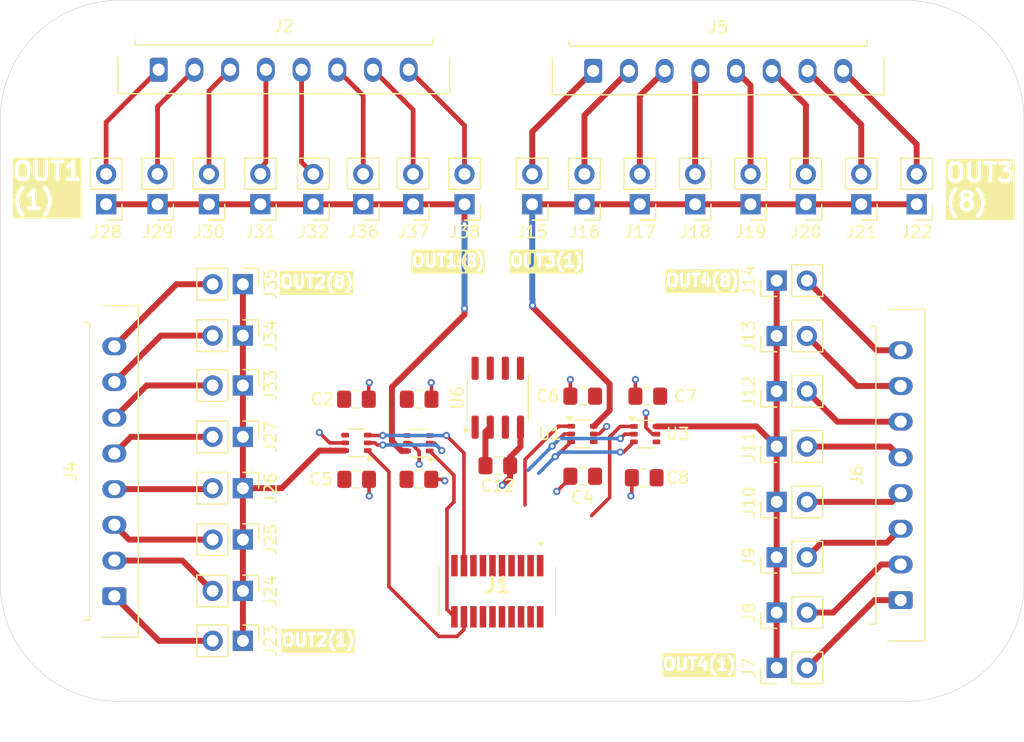
<source format=kicad_pcb>
(kicad_pcb (version 20240108) (generator "pcbnew") (generator_version "8.0")
  (layers (0 "F.Cu" signal) (31 "B.Cu" signal) (34 "B.Paste" user) (35 "F.Paste" user) (36 "B.SilkS" user "B.Silkscreen") (37 "F.SilkS" user "F.Silkscreen") (38 "B.Mask" user) (39 "F.Mask" user) (44 "Edge.Cuts" user))
  (net 0 "")
  (net 1 "+5V")
  (net 2 "GND")
  (net 3 "/I2C1_SDA")
  (net 4 "/CS3")
  (net 5 "/SPI2_SCK")
  (net 6 "/SPI1_MISO")
  (net 7 "/CS2")
  (net 8 "/CS1")
  (net 9 "/SPI1_SCK")
  (net 10 "/SPI2_MISO")
  (net 11 "VDDA")
  (net 12 "/CS4")
  (net 13 "/I2C1_SCL")
  (net 14 "/SPI2_MOSI")
  (net 15 "/SPI1_MOSI")
  (net 16 "Out1_1_7")
  (net 17 "Out1_1_6")
  (net 18 "Out1_1_5")
  (net 19 "Out1_1_3")
  (net 20 "Out1_1_4")
  (net 21 "Out1_1_1")
  (net 22 "Out1_1_8")
  (net 23 "Out1_1_2")
  (net 24 "Out1_2_5")
  (net 25 "Out1_2_1")
  (net 26 "Out1_2_7")
  (net 27 "Out1_2_2")
  (net 28 "Out1_2_4")
  (net 29 "Out1_2_3")
  (net 30 "Out1_2_8")
  (net 31 "Out1_2_6")
  (net 32 "Out2_1_6")
  (net 33 "Out2_1_8")
  (net 34 "Out2_1_4")
  (net 35 "Out2_1_7")
  (net 36 "Out2_1_3")
  (net 37 "Out2_1_5")
  (net 38 "Out2_1_1")
  (net 39 "Out2_1_2")
  (net 40 "Out2_2_4")
  (net 41 "Out2_2_1")
  (net 42 "Out2_2_7")
  (net 43 "Out2_2_6")
  (net 44 "Out2_2_3")
  (net 45 "Out2_2_8")
  (net 46 "Out2_2_2")
  (net 47 "Out2_2_5")
  (net 48 "/jumpers/DAC4_OUT")
  (net 49 "/jumpers/DAC3_OUT")
  (net 50 "/jumpers/DAC2_OUT")
  (net 51 "/jumpers/DAC1_OUT")
  (net 52 "/PSOM_12V")
  (net 58 "/SPI2_NSS")
  (net 59 "/SPI1_NSS")
  (footprint "Connector_PinHeader_2.54mm:PinHeader_1x02_P2.54mm_Vertical" (layer "F.Cu") (at 100.512 97.014 -90)
    (property "Reference" "J23" (at 0 -2.33 90) (layer "F.SilkS"))
    (property "Value" "Conn_01x02_Pin")
    (pad "1" thru_hole rect (at 0 0 270) (size 1.7 1.7) (drill 1) (layers "*.Cu" "*.Mask") (net 50 "/jumpers/DAC2_OUT"))
    (pad "2" thru_hole oval (at 0 2.54 270) (size 1.7 1.7) (drill 1) (layers "*.Cu" "*.Mask") (net 25 "Out1_2_1"))
  )
  (footprint "Connector_PinHeader_2.54mm:PinHeader_1x02_P2.54mm_Vertical" (layer "F.Cu") (at 145.343 76.037 90)
    (property "Reference" "J12" (at 0 -2.33 -90) (layer "F.SilkS"))
    (property "Value" "Conn_01x02_Pin")
    (pad "1" thru_hole rect (at 0 0 90) (size 1.7 1.7) (drill 1) (layers "*.Cu" "*.Mask") (net 48 "/jumpers/DAC4_OUT"))
    (pad "2" thru_hole oval (at 0 2.54 90) (size 1.7 1.7) (drill 1) (layers "*.Cu" "*.Mask") (net 43 "Out2_2_6"))
  )
  (footprint "Package_TO_SOT_SMD:SOT-363_SC-70-6" (layer "F.Cu") (at 110.048 80.376 180)
    (property "Reference" "U4" (hide yes))
    (property "Value" "DAC7311xDCK")
    (pad "1" smd roundrect (at -0.95 -0.65 180) (size 0.65 0.4) (layers "F.Cu" "F.Paste" "F.Mask") (net 7 "/CS2"))
    (pad "2" smd roundrect (at -0.95 0 180) (size 0.65 0.4) (layers "F.Cu" "F.Paste" "F.Mask") (net 9 "/SPI1_SCK"))
    (pad "3" smd roundrect (at -0.95 0.65 180) (size 0.65 0.4) (layers "F.Cu" "F.Paste" "F.Mask") (net 15 "/SPI1_MOSI"))
    (pad "4" smd roundrect (at 0.95 0.65 180) (size 0.65 0.4) (layers "F.Cu" "F.Paste" "F.Mask") (net 1 "+5V"))
    (pad "5" smd roundrect (at 0.95 0 180) (size 0.65 0.4) (layers "F.Cu" "F.Paste" "F.Mask") (net 2 "GND"))
    (pad "6" smd roundrect (at 0.95 -0.65 180) (size 0.65 0.4) (layers "F.Cu" "F.Paste" "F.Mask") (net 50 "/jumpers/DAC2_OUT"))
  )
  (footprint "Connector_PinHeader_2.54mm:PinHeader_1x02_P2.54mm_Vertical" (layer "F.Cu") (at 145.343 66.737 90)
    (property "Reference" "J14" (at 0 -2.33 -90) (layer "F.SilkS"))
    (property "Value" "Conn_01x02_Pin")
    (pad "1" thru_hole rect (at 0 0 90) (size 1.7 1.7) (drill 1) (layers "*.Cu" "*.Mask") (net 48 "/jumpers/DAC4_OUT"))
    (pad "2" thru_hole oval (at 0 2.54 90) (size 1.7 1.7) (drill 1) (layers "*.Cu" "*.Mask") (net 45 "Out2_2_8"))
  )
  (footprint "Capacitor_SMD:C_0805_2012Metric_Pad1.18x1.45mm_HandSolder" (layer "F.Cu") (at 129.0535 83.185)
    (property "Reference" "C4" (at -0.0215 1.778 0) (layer "F.SilkS"))
    (property "Value" "0.1u")
    (pad "1" smd roundrect (at -1.0375 0) (size 1.175 1.45) (layers "F.Cu" "F.Paste" "F.Mask") (roundrect_rratio 0.212766) (net 2 "GND"))
    (pad "2" smd roundrect (at 1.0375 0) (size 1.175 1.45) (layers "F.Cu" "F.Paste" "F.Mask") (roundrect_rratio 0.212766) (net 1 "+5V"))
  )
  (footprint "Connector_PinHeader_2.54mm:PinHeader_1x02_P2.54mm_Vertical" (layer "F.Cu") (at 100.512 92.823 -90)
    (property "Reference" "J24" (at 0 -2.33 90) (layer "F.SilkS"))
    (property "Value" "Conn_01x02_Pin")
    (pad "1" thru_hole rect (at 0 0 270) (size 1.7 1.7) (drill 1) (layers "*.Cu" "*.Mask") (net 50 "/jumpers/DAC2_OUT"))
    (pad "2" thru_hole oval (at 0 2.54 270) (size 1.7 1.7) (drill 1) (layers "*.Cu" "*.Mask") (net 27 "Out1_2_2"))
  )
  (footprint "Capacitor_SMD:C_0805_2012Metric_Pad1.18x1.45mm_HandSolder" (layer "F.Cu") (at 121.92 82.296 180)
    (property "Reference" "C12" (at 0 -1.68 180) (layer "F.SilkS"))
    (property "Value" "0.1u")
    (pad "1" smd roundrect (at -1.0375 0 180) (size 1.175 1.45) (layers "F.Cu" "F.Paste" "F.Mask") (roundrect_rratio 0.212766) (net 2 "GND"))
    (pad "2" smd roundrect (at 1.0375 0 180) (size 1.175 1.45) (layers "F.Cu" "F.Paste" "F.Mask") (roundrect_rratio 0.212766) (net 52 "/PSOM_12V"))
  )
  (footprint "Connector_PinHeader_2.54mm:PinHeader_1x02_P2.54mm_Vertical" (layer "F.Cu") (at 147.799 60.325 180)
    (property "Reference" "J20" (at 0 -2.33 180) (layer "F.SilkS"))
    (property "Value" "Conn_01x02_Pin")
    (pad "1" thru_hole rect (at 0 0 180) (size 1.7 1.7) (drill 1) (layers "*.Cu" "*.Mask") (net 49 "/jumpers/DAC3_OUT"))
    (pad "2" thru_hole oval (at 0 2.54 180) (size 1.7 1.7) (drill 1) (layers "*.Cu" "*.Mask") (net 32 "Out2_1_6"))
  )
  (footprint "Connector_PinHeader_2.54mm:PinHeader_1x02_P2.54mm_Vertical" (layer "F.Cu") (at 97.663 60.325 180)
    (property "Reference" "J30" (at 0 -2.33 180) (layer "F.SilkS"))
    (property "Value" "Conn_01x02_Pin")
    (pad "1" thru_hole rect (at 0 0 180) (size 1.7 1.7) (drill 1) (layers "*.Cu" "*.Mask") (net 51 "/jumpers/DAC1_OUT"))
    (pad "2" thru_hole oval (at 0 2.54 180) (size 1.7 1.7) (drill 1) (layers "*.Cu" "*.Mask") (net 19 "Out1_1_3"))
  )
  (footprint "Capacitor_SMD:C_0805_2012Metric_Pad1.18x1.45mm_HandSolder" (layer "F.Cu") (at 110.0695 83.439 180)
    (property "Reference" "C5" (at 3.0085 0 180) (layer "F.SilkS"))
    (property "Value" "0.1u")
    (pad "1" smd roundrect (at -1.0375 0 180) (size 1.175 1.45) (layers "F.Cu" "F.Paste" "F.Mask") (roundrect_rratio 0.212766) (net 2 "GND"))
    (pad "2" smd roundrect (at 1.0375 0 180) (size 1.175 1.45) (layers "F.Cu" "F.Paste" "F.Mask") (roundrect_rratio 0.212766) (net 1 "+5V"))
  )
  (footprint "Capacitor_SMD:C_0805_2012Metric_Pad1.18x1.45mm_HandSolder" (layer "F.Cu") (at 134.5145 76.454 180)
    (property "Reference" "C7" (at -3.1535 0 180) (layer "F.SilkS"))
    (property "Value" "10u")
    (pad "1" smd roundrect (at -1.0375 0 180) (size 1.175 1.45) (layers "F.Cu" "F.Paste" "F.Mask") (roundrect_rratio 0.212766) (net 1 "+5V"))
    (pad "2" smd roundrect (at 1.0375 0 180) (size 1.175 1.45) (layers "F.Cu" "F.Paste" "F.Mask") (roundrect_rratio 0.212766) (net 2 "GND"))
  )
  (footprint "Connector_PinHeader_2.54mm:PinHeader_1x02_P2.54mm_Vertical" (layer "F.Cu") (at 145.343 99.287 90)
    (property "Reference" "J7" (at 0 -2.33 -90) (layer "F.SilkS"))
    (property "Value" "Conn_01x02_Pin")
    (pad "1" thru_hole rect (at 0 0 90) (size 1.7 1.7) (drill 1) (layers "*.Cu" "*.Mask") (net 48 "/jumpers/DAC4_OUT"))
    (pad "2" thru_hole oval (at 0 2.54 90) (size 1.7 1.7) (drill 1) (layers "*.Cu" "*.Mask") (net 41 "Out2_2_1"))
  )
  (footprint "Capacitor_SMD:C_0805_2012Metric_Pad1.18x1.45mm_HandSolder" (layer "F.Cu") (at 134.2175 83.312)
    (property "Reference" "C8" (at 2.8155 0 0) (layer "F.SilkS"))
    (property "Value" "0.1u")
    (pad "1" smd roundrect (at -1.0375 0) (size 1.175 1.45) (layers "F.Cu" "F.Paste" "F.Mask") (roundrect_rratio 0.212766) (net 2 "GND"))
    (pad "2" smd roundrect (at 1.0375 0) (size 1.175 1.45) (layers "F.Cu" "F.Paste" "F.Mask") (roundrect_rratio 0.212766) (net 1 "+5V"))
  )
  (footprint "Connector_PinHeader_2.54mm:PinHeader_1x02_P2.54mm_Vertical" (layer "F.Cu") (at 129.199 60.325 180)
    (property "Reference" "J16" (at 0 -2.33 180) (layer "F.SilkS"))
    (property "Value" "Conn_01x02_Pin")
    (pad "1" thru_hole rect (at 0 0 180) (size 1.7 1.7) (drill 1) (layers "*.Cu" "*.Mask") (net 49 "/jumpers/DAC3_OUT"))
    (pad "2" thru_hole oval (at 0 2.54 180) (size 1.7 1.7) (drill 1) (layers "*.Cu" "*.Mask") (net 39 "Out2_1_2"))
  )
  (footprint "Connector_PinHeader_2.54mm:PinHeader_1x02_P2.54mm_Vertical" (layer "F.Cu") (at 110.617 60.32 180)
    (property "Reference" "J36" (at 0 -2.33 180) (layer "F.SilkS"))
    (property "Value" "Conn_01x02_Pin")
    (pad "1" thru_hole rect (at 0 0 180) (size 1.7 1.7) (drill 1) (layers "*.Cu" "*.Mask") (net 51 "/jumpers/DAC1_OUT"))
    (pad "2" thru_hole oval (at 0 2.54 180) (size 1.7 1.7) (drill 1) (layers "*.Cu" "*.Mask") (net 17 "Out1_1_6"))
  )
  (footprint "Connector_PinHeader_2.54mm:PinHeader_1x02_P2.54mm_Vertical" (layer "F.Cu") (at 100.512 84.187 -90)
    (property "Reference" "J26" (at 0 -2.33 90) (layer "F.SilkS"))
    (property "Value" "Conn_01x02_Pin")
    (pad "1" thru_hole rect (at 0 0 270) (size 1.7 1.7) (drill 1) (layers "*.Cu" "*.Mask") (net 50 "/jumpers/DAC2_OUT"))
    (pad "2" thru_hole oval (at 0 2.54 270) (size 1.7 1.7) (drill 1) (layers "*.Cu" "*.Mask") (net 28 "Out1_2_4"))
  )
  (footprint "Connector_PinHeader_2.54mm:PinHeader_1x02_P2.54mm_Vertical" (layer "F.Cu") (at 101.981 60.32 180)
    (property "Reference" "J31" (at 0 -2.33 180) (layer "F.SilkS"))
    (property "Value" "Conn_01x02_Pin")
    (pad "1" thru_hole rect (at 0 0 180) (size 1.7 1.7) (drill 1) (layers "*.Cu" "*.Mask") (net 51 "/jumpers/DAC1_OUT"))
    (pad "2" thru_hole oval (at 0 2.54 180) (size 1.7 1.7) (drill 1) (layers "*.Cu" "*.Mask") (net 20 "Out1_1_4"))
  )
  (footprint "Connector_PinHeader_2.54mm:PinHeader_1x02_P2.54mm_Vertical" (layer "F.Cu") (at 152.449 60.325 180)
    (property "Reference" "J21" (at 0 -2.33 180) (layer "F.SilkS"))
    (property "Value" "Conn_01x02_Pin")
    (pad "1" thru_hole rect (at 0 0 180) (size 1.7 1.7) (drill 1) (layers "*.Cu" "*.Mask") (net 49 "/jumpers/DAC3_OUT"))
    (pad "2" thru_hole oval (at 0 2.54 180) (size 1.7 1.7) (drill 1) (layers "*.Cu" "*.Mask") (net 35 "Out2_1_7"))
  )
  (footprint "Connector_PinHeader_2.54mm:PinHeader_1x02_P2.54mm_Vertical" (layer "F.Cu") (at 145.343 80.687 90)
    (property "Reference" "J11" (at 0 -2.33 -90) (layer "F.SilkS"))
    (property "Value" "Conn_01x02_Pin")
    (pad "1" thru_hole rect (at 0 0 90) (size 1.7 1.7) (drill 1) (layers "*.Cu" "*.Mask") (net 48 "/jumpers/DAC4_OUT"))
    (pad "2" thru_hole oval (at 0 2.54 90) (size 1.7 1.7) (drill 1) (layers "*.Cu" "*.Mask") (net 47 "Out2_2_5"))
  )
  (footprint "Connector_PinHeader_2.54mm:PinHeader_1x02_P2.54mm_Vertical" (layer "F.Cu") (at 106.426 60.32 180)
    (property "Reference" "J32" (at 0 -2.33 180) (layer "F.SilkS"))
    (property "Value" "Conn_01x02_Pin")
    (pad "1" thru_hole rect (at 0 0 180) (size 1.7 1.7) (drill 1) (layers "*.Cu" "*.Mask") (net 51 "/jumpers/DAC1_OUT"))
    (pad "2" thru_hole oval (at 0 2.54 180) (size 1.7 1.7) (drill 1) (layers "*.Cu" "*.Mask") (net 18 "Out1_1_5"))
  )
  (footprint "Connector_PinHeader_2.54mm:PinHeader_1x02_P2.54mm_Vertical" (layer "F.Cu") (at 138.499 60.325 180)
    (property "Reference" "J18" (at 0 -2.33 180) (layer "F.SilkS"))
    (property "Value" "Conn_01x02_Pin")
    (pad "1" thru_hole rect (at 0 0 180) (size 1.7 1.7) (drill 1) (layers "*.Cu" "*.Mask") (net 49 "/jumpers/DAC3_OUT"))
    (pad "2" thru_hole oval (at 0 2.54 180) (size 1.7 1.7) (drill 1) (layers "*.Cu" "*.Mask") (net 34 "Out2_1_4"))
  )
  (footprint "Connector_Molex:Molex_Micro-Fit_3.0_43650-0815_1x08_P3.00mm_Vertical" (layer "F.Cu") (at 93.441 49.017)
    (property "Reference" "J2" (at 10.5 -3.67 0) (layer "F.SilkS"))
    (property "Value" "Out1_1")
    (pad "" np_thru_hole circle (at -3 -1.96) (size 1.27 1.27) (drill 1.27) (layers "*.Cu" "*.Mask"))
    (pad "" np_thru_hole circle (at 24 -1.96) (size 1.27 1.27) (drill 1.27) (layers "*.Cu" "*.Mask"))
    (pad "1" thru_hole roundrect (at 0 0) (size 1.5 2.02) (drill 1.02) (layers "*.Cu" "*.Mask") (roundrect_rratio 0.166667) (net 21 "Out1_1_1"))
    (pad "2" thru_hole oval (at 3 0) (size 1.5 2.02) (drill 1.02) (layers "*.Cu" "*.Mask") (net 23 "Out1_1_2"))
    (pad "3" thru_hole oval (at 6 0) (size 1.5 2.02) (drill 1.02) (layers "*.Cu" "*.Mask") (net 19 "Out1_1_3"))
    (pad "4" thru_hole oval (at 9 0) (size 1.5 2.02) (drill 1.02) (layers "*.Cu" "*.Mask") (net 20 "Out1_1_4"))
    (pad "5" thru_hole oval (at 12 0) (size 1.5 2.02) (drill 1.02) (layers "*.Cu" "*.Mask") (net 18 "Out1_1_5"))
    (pad "6" thru_hole oval (at 15 0) (size 1.5 2.02) (drill 1.02) (layers "*.Cu" "*.Mask") (net 17 "Out1_1_6"))
    (pad "7" thru_hole oval (at 18 0) (size 1.5 2.02) (drill 1.02) (layers "*.Cu" "*.Mask") (net 16 "Out1_1_7"))
    (pad "8" thru_hole oval (at 21 0) (size 1.5 2.02) (drill 1.02) (layers "*.Cu" "*.Mask") (net 22 "Out1_1_8"))
  )
  (footprint "Connector_PinHeader_2.54mm:PinHeader_1x02_P2.54mm_Vertical" (layer "F.Cu") (at 145.343 85.337 90)
    (property "Reference" "J10" (at 0 -2.33 -90) (layer "F.SilkS"))
    (property "Value" "Conn_01x02_Pin")
    (pad "1" thru_hole rect (at 0 0 90) (size 1.7 1.7) (drill 1) (layers "*.Cu" "*.Mask") (net 48 "/jumpers/DAC4_OUT"))
    (pad "2" thru_hole oval (at 0 2.54 90) (size 1.7 1.7) (drill 1) (layers "*.Cu" "*.Mask") (net 40 "Out2_2_4"))
  )
  (footprint "Connector_PinHeader_2.54mm:PinHeader_1x02_P2.54mm_Vertical" (layer "F.Cu") (at 114.808 60.32 180)
    (property "Reference" "J37" (at 0 -2.33 180) (layer "F.SilkS"))
    (property "Value" "Conn_01x02_Pin")
    (pad "1" thru_hole rect (at 0 0 180) (size 1.7 1.7) (drill 1) (layers "*.Cu" "*.Mask") (net 51 "/jumpers/DAC1_OUT"))
    (pad "2" thru_hole oval (at 0 2.54 180) (size 1.7 1.7) (drill 1) (layers "*.Cu" "*.Mask") (net 16 "Out1_1_7"))
  )
  (footprint "Connector_PinHeader_2.54mm:PinHeader_1x02_P2.54mm_Vertical" (layer "F.Cu") (at 89.027 60.325 180)
    (property "Reference" "J28" (at 0 -2.33 180) (layer "F.SilkS"))
    (property "Value" "Conn_01x02_Pin")
    (pad "1" thru_hole rect (at 0 0 180) (size 1.7 1.7) (drill 1) (layers "*.Cu" "*.Mask") (net 51 "/jumpers/DAC1_OUT"))
    (pad "2" thru_hole oval (at 0 2.54 180) (size 1.7 1.7) (drill 1) (layers "*.Cu" "*.Mask") (net 21 "Out1_1_1"))
  )
  (footprint "Connector_PinHeader_2.54mm:PinHeader_1x02_P2.54mm_Vertical" (layer "F.Cu") (at 124.812 60.325 180)
    (property "Reference" "J15" (at 0 -2.33 180) (layer "F.SilkS"))
    (property "Value" "Conn_01x02_Pin")
    (pad "1" thru_hole rect (at 0 0 180) (size 1.7 1.7) (drill 1) (layers "*.Cu" "*.Mask") (net 49 "/jumpers/DAC3_OUT"))
    (pad "2" thru_hole oval (at 0 2.54 180) (size 1.7 1.7) (drill 1) (layers "*.Cu" "*.Mask") (net 38 "Out2_1_1"))
  )
  (footprint "Connector_PinHeader_2.54mm:PinHeader_1x02_P2.54mm_Vertical" (layer "F.Cu") (at 133.849 60.325 180)
    (property "Reference" "J17" (at 0 -2.33 180) (layer "F.SilkS"))
    (property "Value" "Conn_01x02_Pin")
    (pad "1" thru_hole rect (at 0 0 180) (size 1.7 1.7) (drill 1) (layers "*.Cu" "*.Mask") (net 49 "/jumpers/DAC3_OUT"))
    (pad "2" thru_hole oval (at 0 2.54 180) (size 1.7 1.7) (drill 1) (layers "*.Cu" "*.Mask") (net 36 "Out2_1_3"))
  )
  (footprint "Connector_PinHeader_2.54mm:PinHeader_1x02_P2.54mm_Vertical" (layer "F.Cu") (at 145.343 89.987 90)
    (property "Reference" "J9" (at 0 -2.33 -90) (layer "F.SilkS"))
    (property "Value" "Conn_01x02_Pin")
    (pad "1" thru_hole rect (at 0 0 90) (size 1.7 1.7) (drill 1) (layers "*.Cu" "*.Mask") (net 48 "/jumpers/DAC4_OUT"))
    (pad "2" thru_hole oval (at 0 2.54 90) (size 1.7 1.7) (drill 1) (layers "*.Cu" "*.Mask") (net 44 "Out2_2_3"))
  )
  (footprint "Connector_PinHeader_2.54mm:PinHeader_1x02_P2.54mm_Vertical" (layer "F.Cu") (at 100.512 71.36 -90)
    (property "Reference" "J34" (at 0 -2.33 90) (layer "F.SilkS"))
    (property "Value" "Conn_01x02_Pin")
    (pad "1" thru_hole rect (at 0 0 270) (size 1.7 1.7) (drill 1) (layers "*.Cu" "*.Mask") (net 50 "/jumpers/DAC2_OUT"))
    (pad "2" thru_hole oval (at 0 2.54 270) (size 1.7 1.7) (drill 1) (layers "*.Cu" "*.Mask") (net 26 "Out1_2_7"))
  )
  (footprint "Package_SO:SOIC-8_3.9x4.9mm_P1.27mm" (layer "F.Cu") (at 121.92 76.581 90)
    (property "Reference" "U6" (at 0 -3.4 270) (layer "F.SilkS"))
    (property "Value" "REF02AU")
    (pad "1" smd roundrect (at -2.475 -1.905 90) (size 1.95 0.6) (layers "F.Cu" "F.Paste" "F.Mask"))
    (pad "2" smd roundrect (at -2.475 -0.635 90) (size 1.95 0.6) (layers "F.Cu" "F.Paste" "F.Mask") (net 52 "/PSOM_12V"))
    (pad "3" smd roundrect (at -2.475 0.635 90) (size 1.95 0.6) (layers "F.Cu" "F.Paste" "F.Mask"))
    (pad "4" smd roundrect (at -2.475 1.905 90) (size 1.95 0.6) (layers "F.Cu" "F.Paste" "F.Mask") (net 2 "GND"))
    (pad "5" smd roundrect (at 2.475 1.905 90) (size 1.95 0.6) (layers "F.Cu" "F.Paste" "F.Mask"))
    (pad "6" smd roundrect (at 2.475 0.635 90) (size 1.95 0.6) (layers "F.Cu" "F.Paste" "F.Mask") (net 1 "+5V"))
    (pad "7" smd roundrect (at 2.475 -0.635 90) (size 1.95 0.6) (layers "F.Cu" "F.Paste" "F.Mask"))
    (pad "8" smd roundrect (at 2.475 -1.905 90) (size 1.95 0.6) (layers "F.Cu" "F.Paste" "F.Mask"))
  )
  (footprint "Package_TO_SOT_SMD:SOT-363_SC-70-6" (layer "F.Cu") (at 115.25 80.406 180)
    (property "Reference" "U2" (hide yes))
    (property "Value" "DAC7311xDCK" (hide yes))
    (pad "1" smd roundrect (at -0.95 -0.65 180) (size 0.65 0.4) (layers "F.Cu" "F.Paste" "F.Mask") (net 8 "/CS1"))
    (pad "2" smd roundrect (at -0.95 0 180) (size 0.65 0.4) (layers "F.Cu" "F.Paste" "F.Mask") (net 9 "/SPI1_SCK"))
    (pad "3" smd roundrect (at -0.95 0.65 180) (size 0.65 0.4) (layers "F.Cu" "F.Paste" "F.Mask") (net 15 "/SPI1_MOSI"))
    (pad "4" smd roundrect (at 0.95 0.65 180) (size 0.65 0.4) (layers "F.Cu" "F.Paste" "F.Mask") (net 1 "+5V"))
    (pad "5" smd roundrect (at 0.95 0 180) (size 0.65 0.4) (layers "F.Cu" "F.Paste" "F.Mask") (net 2 "GND"))
    (pad "6" smd roundrect (at 0.95 -0.65 180) (size 0.65 0.4) (layers "F.Cu" "F.Paste" "F.Mask") (net 51 "/jumpers/DAC1_OUT"))
  )
  (footprint "Package_TO_SOT_SMD:SOT-363_SC-70-6" (layer "F.Cu") (at 129.032 79.629)
    (property "Reference" "U1" (at -2.728 -0.015 0) (layer "F.SilkS"))
    (property "Value" "DAC7311xDCK")
    (pad "1" smd roundrect (at -0.95 -0.65) (size 0.65 0.4) (layers "F.Cu" "F.Paste" "F.Mask") (net 4 "/CS3"))
    (pad "2" smd roundrect (at -0.95 0) (size 0.65 0.4) (layers "F.Cu" "F.Paste" "F.Mask") (net 5 "/SPI2_SCK"))
    (pad "3" smd roundrect (at -0.95 0.65) (size 0.65 0.4) (layers "F.Cu" "F.Paste" "F.Mask") (net 14 "/SPI2_MOSI"))
    (pad "4" smd roundrect (at 0.95 0.65) (size 0.65 0.4) (layers "F.Cu" "F.Paste" "F.Mask") (net 1 "+5V"))
    (pad "5" smd roundrect (at 0.95 0) (size 0.65 0.4) (layers "F.Cu" "F.Paste" "F.Mask") (net 2 "GND"))
    (pad "6" smd roundrect (at 0.95 -0.65) (size 0.65 0.4) (layers "F.Cu" "F.Paste" "F.Mask") (net 49 "/jumpers/DAC3_OUT"))
  )
  (footprint "UTSVT_Connectors:Molex_53307-2071" (layer "F.Cu") (at 121.876 92.846)
    (property "Reference" "J1" (at 0 -0.5 360) (layer "F.SilkS") (effects (font (size 1.27 1.27) (thickness 0.254))))
    (property "Value" "SOMConnector" (hide yes))
    (pad "1" smd rect (at 3.6 -2.15) (size 0.55 1.8) (layers "F.Cu" "F.Paste" "F.Mask") (net 14 "/SPI2_MOSI"))
    (pad "2" smd rect (at 3.6 2.15) (size 0.55 1.8) (layers "F.Cu" "F.Paste" "F.Mask"))
    (pad "3" smd rect (at 2.8 -2.15) (size 0.55 1.8) (layers "F.Cu" "F.Paste" "F.Mask") (net 10 "/SPI2_MISO"))
    (pad "4" smd rect (at 2.8 2.15) (size 0.55 1.8) (layers "F.Cu" "F.Paste" "F.Mask") (net 2 "GND"))
    (pad "5" smd rect (at 2 -2.15) (size 0.55 1.8) (layers "F.Cu" "F.Paste" "F.Mask") (net 5 "/SPI2_SCK"))
    (pad "6" smd rect (at 2 2.15) (size 0.55 1.8) (layers "F.Cu" "F.Paste" "F.Mask") (net 4 "/CS3"))
    (pad "7" smd rect (at 1.2 -2.15) (size 0.55 1.8) (layers "F.Cu" "F.Paste" "F.Mask") (net 58 "/SPI2_NSS"))
    (pad "8" smd rect (at 1.2 2.15) (size 0.55 1.8) (layers "F.Cu" "F.Paste" "F.Mask") (net 12 "/CS4"))
    (pad "9" smd rect (at 0.4 -2.15) (size 0.55 1.8) (layers "F.Cu" "F.Paste" "F.Mask"))
    (pad "10" smd rect (at 0.4 2.15) (size 0.55 1.8) (layers "F.Cu" "F.Paste" "F.Mask") (net 11 "VDDA"))
    (pad "11" smd rect (at -0.4 -2.15) (size 0.55 1.8) (layers "F.Cu" "F.Paste" "F.Mask") (net 2 "GND"))
    (pad "12" smd rect (at -0.4 2.15) (size 0.55 1.8) (layers "F.Cu" "F.Paste" "F.Mask"))
    (pad "13" smd rect (at -1.2 -2.15) (size 0.55 1.8) (layers "F.Cu" "F.Paste" "F.Mask") (net 9 "/SPI1_SCK"))
    (pad "14" smd rect (at -1.2 2.15) (size 0.55 1.8) (layers "F.Cu" "F.Paste" "F.Mask") (net 13 "/I2C1_SCL"))
    (pad "15" smd rect (at -2 -2.15) (size 0.55 1.8) (layers "F.Cu" "F.Paste" "F.Mask") (net 6 "/SPI1_MISO"))
    (pad "16" smd rect (at -2 2.15) (size 0.55 1.8) (layers "F.Cu" "F.Paste" "F.Mask") (net 3 "/I2C1_SDA"))
    (pad "17" smd rect (at -2.8 -2.15) (size 0.55 1.8) (layers "F.Cu" "F.Paste" "F.Mask") (net 15 "/SPI1_MOSI"))
    (pad "18" smd rect (at -2.8 2.15) (size 0.55 1.8) (layers "F.Cu" "F.Paste" "F.Mask") (net 7 "/CS2"))
    (pad "19" smd rect (at -3.6 -2.15) (size 0.55 1.8) (layers "F.Cu" "F.Paste" "F.Mask") (net 59 "/SPI1_NSS"))
    (pad "20" smd rect (at -3.6 2.15) (size 0.55 1.8) (layers "F.Cu" "F.Paste" "F.Mask") (net 8 "/CS1"))
  )
  (footprint "Connector_PinHeader_2.54mm:PinHeader_1x02_P2.54mm_Vertical" (layer "F.Cu") (at 100.512 79.869 -90)
    (property "Reference" "J27" (at 0 -2.33 90) (layer "F.SilkS"))
    (property "Value" "Conn_01x02_Pin")
    (pad "1" thru_hole rect (at 0 0 270) (size 1.7 1.7) (drill 1) (layers "*.Cu" "*.Mask") (net 50 "/jumpers/DAC2_OUT"))
    (pad "2" thru_hole oval (at 0 2.54 270) (size 1.7 1.7) (drill 1) (layers "*.Cu" "*.Mask") (net 24 "Out1_2_5"))
  )
  (footprint "Package_TO_SOT_SMD:SOT-363_SC-70-6" (layer "F.Cu") (at 134.3 79.644)
    (property "Reference" "U3" (at 2.733 -0.015 0) (layer "F.SilkS"))
    (property "Value" "DAC7311xDCK")
    (pad "1" smd roundrect (at -0.95 -0.65) (size 0.65 0.4) (layers "F.Cu" "F.Paste" "F.Mask") (net 12 "/CS4"))
    (pad "2" smd roundrect (at -0.95 0) (size 0.65 0.4) (layers "F.Cu" "F.Paste" "F.Mask") (net 5 "/SPI2_SCK"))
    (pad "3" smd roundrect (at -0.95 0.65) (size 0.65 0.4) (layers "F.Cu" "F.Paste" "F.Mask") (net 14 "/SPI2_MOSI"))
    (pad "4" smd roundrect (at 0.95 0.65) (size 0.65 0.4) (layers "F.Cu" "F.Paste" "F.Mask") (net 1 "+5V"))
    (pad "5" smd roundrect (at 0.95 0) (size 0.65 0.4) (layers "F.Cu" "F.Paste" "F.Mask") (net 2 "GND"))
    (pad "6" smd roundrect (at 0.95 -0.65) (size 0.65 0.4) (layers "F.Cu" "F.Paste" "F.Mask") (net 48 "/jumpers/DAC4_OUT"))
  )
  (footprint "Connector_PinHeader_2.54mm:PinHeader_1x02_P2.54mm_Vertical" (layer "F.Cu") (at 100.512 75.551 -90)
    (property "Reference" "J33" (at 0 -2.33 90) (layer "F.SilkS"))
    (property "Value" "Conn_01x02_Pin")
    (pad "1" thru_hole rect (at 0 0 270) (size 1.7 1.7) (drill 1) (layers "*.Cu" "*.Mask") (net 50 "/jumpers/DAC2_OUT"))
    (pad "2" thru_hole oval (at 0 2.54 270) (size 1.7 1.7) (drill 1) (layers "*.Cu" "*.Mask") (net 31 "Out1_2_6"))
  )
  (footprint "Connector_PinHeader_2.54mm:PinHeader_1x02_P2.54mm_Vertical" (layer "F.Cu") (at 119.126 60.325 180)
    (property "Reference" "J38" (at 0 -2.33 180) (layer "F.SilkS"))
    (property "Value" "Conn_01x02_Pin")
    (pad "1" thru_hole rect (at 0 0 180) (size 1.7 1.7) (drill 1) (layers "*.Cu" "*.Mask") (net 51 "/jumpers/DAC1_OUT"))
    (pad "2" thru_hole oval (at 0 2.54 180) (size 1.7 1.7) (drill 1) (layers "*.Cu" "*.Mask") (net 22 "Out1_1_8"))
  )
  (footprint "Connector_PinHeader_2.54mm:PinHeader_1x02_P2.54mm_Vertical" (layer "F.Cu") (at 100.512 88.505 -90)
    (property "Reference" "J25" (at 0 -2.33 90) (layer "F.SilkS"))
    (property "Value" "Conn_01x02_Pin")
    (pad "1" thru_hole rect (at 0 0 270) (size 1.7 1.7) (drill 1) (layers "*.Cu" "*.Mask") (net 50 "/jumpers/DAC2_OUT"))
    (pad "2" thru_hole oval (at 0 2.54 270) (size 1.7 1.7) (drill 1) (layers "*.Cu" "*.Mask") (net 29 "Out1_2_3"))
  )
  (footprint "Connector_PinHeader_2.54mm:PinHeader_1x02_P2.54mm_Vertical" (layer "F.Cu") (at 100.512 67.042 -90)
    (property "Reference" "J35" (at 0 -2.33 90) (layer "F.SilkS"))
    (property "Value" "Conn_01x02_Pin")
    (pad "1" thru_hole rect (at 0 0 270) (size 1.7 1.7) (drill 1) (layers "*.Cu" "*.Mask") (net 50 "/jumpers/DAC2_OUT"))
    (pad "2" thru_hole oval (at 0 2.54 270) (size 1.7 1.7) (drill 1) (layers "*.Cu" "*.Mask") (net 30 "Out1_2_8"))
  )
  (footprint "Capacitor_SMD:C_0805_2012Metric_Pad1.18x1.45mm_HandSolder" (layer "F.Cu") (at 115.2945 83.439 180)
    (property "Reference" "C3" (hide yes))
    (property "Value" "0.1u")
    (pad "1" smd roundrect (at -1.0375 0 180) (size 1.175 1.45) (layers "F.Cu" "F.Paste" "F.Mask") (roundrect_rratio 0.212766) (net 2 "GND"))
    (pad "2" smd roundrect (at 1.0375 0 180) (size 1.175 1.45) (layers "F.Cu" "F.Paste" "F.Mask") (roundrect_rratio 0.212766) (net 1 "+5V"))
  )
  (footprint "Connector_Molex:Molex_Micro-Fit_3.0_43650-0815_1x08_P3.00mm_Vertical" (layer "F.Cu") (at 89.717 93.266 90)
    (property "Reference" "J4" (at 10.5 -3.67 -90) (layer "F.SilkS"))
    (property "Value" "Out1_2")
    (pad "" np_thru_hole circle (at -3 -1.96 90) (size 1.27 1.27) (drill 1.27) (layers "*.Cu" "*.Mask"))
    (pad "" np_thru_hole circle (at 24 -1.96 90) (size 1.27 1.27) (drill 1.27) (layers "*.Cu" "*.Mask"))
    (pad "1" thru_hole roundrect (at 0 0 90) (size 1.5 2.02) (drill 1.02) (layers "*.Cu" "*.Mask") (roundrect_rratio 0.166667) (net 25 "Out1_2_1"))
    (pad "2" thru_hole oval (at 3 0 90) (size 1.5 2.02) (drill 1.02) (layers "*.Cu" "*.Mask") (net 27 "Out1_2_2"))
    (pad "3" thru_hole oval (at 6 0 90) (size 1.5 2.02) (drill 1.02) (layers "*.Cu" "*.Mask") (net 29 "Out1_2_3"))
    (pad "4" thru_hole oval (at 9 0 90) (size 1.5 2.02) (drill 1.02) (layers "*.Cu" "*.Mask") (net 28 "Out1_2_4"))
    (pad "5" thru_hole oval (at 12 0 90) (size 1.5 2.02) (drill 1.02) (layers "*.Cu" "*.Mask") (net 24 "Out1_2_5"))
    (pad "6" thru_hole oval (at 15 0 90) (size 1.5 2.02) (drill 1.02) (layers "*.Cu" "*.Mask") (net 31 "Out1_2_6"))
    (pad "7" thru_hole oval (at 18 0 90) (size 1.5 2.02) (drill 1.02) (layers "*.Cu" "*.Mask") (net 26 "Out1_2_7"))
    (pad "8" thru_hole oval (at 21 0 90) (size 1.5 2.02) (drill 1.02) (layers "*.Cu" "*.Mask") (net 30 "Out1_2_8"))
  )
  (footprint "Connector_Molex:Molex_Micro-Fit_3.0_43650-0815_1x08_P3.00mm_Vertical" (layer "F.Cu") (at 129.933 49.115)
    (property "Reference" "J5" (at 10.5 -3.67 0) (layer "F.SilkS"))
    (property "Value" "Out2_1")
    (pad "" np_thru_hole circle (at -3 -1.96) (size 1.27 1.27) (drill 1.27) (layers "*.Cu" "*.Mask"))
    (pad "" np_thru_hole circle (at 24 -1.96) (size 1.27 1.27) (drill 1.27) (layers "*.Cu" "*.Mask"))
    (pad "1" thru_hole roundrect (at 0 0) (size 1.5 2.02) (drill 1.02) (layers "*.Cu" "*.Mask") (roundrect_rratio 0.166667) (net 38 "Out2_1_1"))
    (pad "2" thru_hole oval (at 3 0) (size 1.5 2.02) (drill 1.02) (layers "*.Cu" "*.Mask") (net 39 "Out2_1_2"))
    (pad "3" thru_hole oval (at 6 0) (size 1.5 2.02) (drill 1.02) (layers "*.Cu" "*.Mask") (net 36 "Out2_1_3"))
    (pad "4" thru_hole oval (at 9 0) (size 1.5 2.02) (drill 1.02) (layers "*.Cu" "*.Mask") (net 34 "Out2_1_4"))
    (pad "5" thru_hole oval (at 12 0) (size 1.5 2.02) (drill 1.02) (layers "*.Cu" "*.Mask") (net 37 "Out2_1_5"))
    (pad "6" thru_hole oval (at 15 0) (size 1.5 2.02) (drill 1.02) (layers "*.Cu" "*.Mask") (net 32 "Out2_1_6"))
    (pad "7" thru_hole oval (at 18 0) (size 1.5 2.02) (drill 1.02) (layers "*.Cu" "*.Mask") (net 35 "Out2_1_7"))
    (pad "8" thru_hole oval (at 21 0) (size 1.5 2.02) (drill 1.02) (layers "*.Cu" "*.Mask") (net 33 "Out2_1_8"))
  )
  (footprint "Connector_PinHeader_2.54mm:PinHeader_1x02_P2.54mm_Vertical" (layer "F.Cu") (at 145.343 71.387 90)
    (property "Reference" "J13" (at 0 -2.33 -90) (layer "F.SilkS"))
    (property "Value" "Conn_01x02_Pin")
    (pad "1" thru_hole rect (at 0 0 90) (size 1.7 1.7) (drill 1) (layers "*.Cu" "*.Mask") (net 48 "/jumpers/DAC4_OUT"))
    (pad "2" thru_hole oval (at 0 2.54 90) (size 1.7 1.7) (drill 1) (layers "*.Cu" "*.Mask") (net 42 "Out2_2_7"))
  )
  (footprint "Connector_PinHeader_2.54mm:PinHeader_1x02_P2.54mm_Vertical" (layer "F.Cu") (at 145.343 94.637 90)
    (property "Reference" "J8" (at 0 -2.33 -90) (layer "F.SilkS"))
    (property "Value" "Conn_01x02_Pin")
    (pad "1" thru_hole rect (at 0 0 90) (size 1.7 1.7) (drill 1) (layers "*.Cu" "*.Mask") (net 48 "/jumpers/DAC4_OUT"))
    (pad "2" thru_hole oval (at 0 2.54 90) (size 1.7 1.7) (drill 1) (layers "*.Cu" "*.Mask") (net 46 "Out2_2_2"))
  )
  (footprint "Connector_Molex:Molex_Micro-Fit_3.0_43650-0815_1x08_P3.00mm_Vertical" (layer "F.Cu") (at 155.757 93.596 90)
    (property "Reference" "J6" (at 10.5 -3.67 -90) (layer "F.SilkS"))
    (property "Value" "Out2_2")
    (pad "" np_thru_hole circle (at -3 -1.96 90) (size 1.27 1.27) (drill 1.27) (layers "*.Cu" "*.Mask"))
    (pad "" np_thru_hole circle (at 24 -1.96 90) (size 1.27 1.27) (drill 1.27) (layers "*.Cu" "*.Mask"))
    (pad "1" thru_hole roundrect (at 0 0 90) (size 1.5 2.02) (drill 1.02) (layers "*.Cu" "*.Mask") (roundrect_rratio 0.166667) (net 41 "Out2_2_1"))
    (pad "2" thru_hole oval (at 3 0 90) (size 1.5 2.02) (drill 1.02) (layers "*.Cu" "*.Mask") (net 46 "Out2_2_2"))
    (pad "3" thru_hole oval (at 6 0 90) (size 1.5 2.02) (drill 1.02) (layers "*.Cu" "*.Mask") (net 44 "Out2_2_3"))
    (pad "4" thru_hole oval (at 9 0 90) (size 1.5 2.02) (drill 1.02) (layers "*.Cu" "*.Mask") (net 40 "Out2_2_4"))
    (pad "5" thru_hole oval (at 12 0 90) (size 1.5 2.02) (drill 1.02) (layers "*.Cu" "*.Mask") (net 47 "Out2_2_5"))
    (pad "6" thru_hole oval (at 15 0 90) (size 1.5 2.02) (drill 1.02) (layers "*.Cu" "*.Mask") (net 43 "Out2_2_6"))
    (pad "7" thru_hole oval (at 18 0 90) (size 1.5 2.02) (drill 1.02) (layers "*.Cu" "*.Mask") (net 42 "Out2_2_7"))
    (pad "8" thru_hole oval (at 21 0 90) (size 1.5 2.02) (drill 1.02) (layers "*.Cu" "*.Mask") (net 45 "Out2_2_8"))
  )
  (footprint "Capacitor_SMD:C_0805_2012Metric_Pad1.18x1.45mm_HandSolder" (layer "F.Cu") (at 115.316 76.708)
    (property "Reference" "C1" (hide yes))
    (property "Value" "10u")
    (pad "1" smd roundrect (at -1.0375 0) (size 1.175 1.45) (layers "F.Cu" "F.Paste" "F.Mask") (roundrect_rratio 0.212766) (net 1 "+5V"))
    (pad "2" smd roundrect (at 1.0375 0) (size 1.175 1.45) (layers "F.Cu" "F.Paste" "F.Mask") (roundrect_rratio 0.212766) (net 2 "GND"))
  )
  (footprint "Connector_PinHeader_2.54mm:PinHeader_1x02_P2.54mm_Vertical" (layer "F.Cu") (at 157.099 60.325 180)
    (property "Reference" "J22" (at 0 -2.33 180) (layer "F.SilkS"))
    (property "Value" "Conn_01x02_Pin")
    (pad "1" thru_hole rect (at 0 0 180) (size 1.7 1.7) (drill 1) (layers "*.Cu" "*.Mask") (net 49 "/jumpers/DAC3_OUT"))
    (pad "2" thru_hole oval (at 0 2.54 180) (size 1.7 1.7) (drill 1) (layers "*.Cu" "*.Mask") (net 33 "Out2_1_8"))
  )
  (footprint "Capacitor_SMD:C_0805_2012Metric_Pad1.18x1.45mm_HandSolder" (layer "F.Cu") (at 129.0535 76.454 180)
    (property "Reference" "C6" (at 2.9425 0 180) (layer "F.SilkS"))
    (property "Value" "10u")
    (pad "1" smd roundrect (at -1.0375 0 180) (size 1.175 1.45) (layers "F.Cu" "F.Paste" "F.Mask") (roundrect_rratio 0.212766) (net 1 "+5V"))
    (pad "2" smd roundrect (at 1.0375 0 180) (size 1.175 1.45) (layers "F.Cu" "F.Paste" "F.Mask") (roundrect_rratio 0.212766) (net 2 "GND"))
  )
  (footprint "Connector_PinHeader_2.54mm:PinHeader_1x02_P2.54mm_Vertical" (layer "F.Cu") (at 143.149 60.325 180)
    (property "Reference" "J19" (at 0 -2.33 180) (layer "F.SilkS"))
    (property "Value" "Conn_01x02_Pin")
    (pad "1" thru_hole rect (at 0 0 180) (size 1.7 1.7) (drill 1) (layers "*.Cu" "*.Mask") (net 49 "/jumpers/DAC3_OUT"))
    (pad "2" thru_hole oval (at 0 2.54 180) (size 1.7 1.7) (drill 1) (layers "*.Cu" "*.Mask") (net 37 "Out2_1_5"))
  )
  (footprint "Capacitor_SMD:C_0805_2012Metric_Pad1.18x1.45mm_HandSolder" (layer "F.Cu") (at 110.048 76.708)
    (property "Reference" "C2" (at -2.86 0 0) (layer "F.SilkS"))
    (property "Value" "10u")
    (pad "1" smd roundrect (at -1.0375 0) (size 1.175 1.45) (layers "F.Cu" "F.Paste" "F.Mask") (roundrect_rratio 0.212766) (net 1 "+5V"))
    (pad "2" smd roundrect (at 1.0375 0) (size 1.175 1.45) (layers "F.Cu" "F.Paste" "F.Mask") (roundrect_rratio 0.212766) (net 2 "GND"))
  )
  (footprint "Connector_PinHeader_2.54mm:PinHeader_1x02_P2.54mm_Vertical" (layer "F.Cu") (at 93.345 60.32 180)
    (property "Reference" "J29" (at 0 -2.33 180) (layer "F.SilkS"))
    (property "Value" "Conn_01x02_Pin")
    (pad "1" thru_hole rect (at 0 0 180) (size 1.7 1.7) (drill 1) (layers "*.Cu" "*.Mask") (net 51 "/jumpers/DAC1_OUT"))
    (pad "2" thru_hole oval (at 0 2.54 180) (size 1.7 1.7) (drill 1) (layers "*.Cu" "*.Mask") (net 23 "Out1_1_2"))
  )
  (gr_arc (start 90.137 102.108) (mid 83.065932 99.179068) (end 80.137 92.108) (stroke (width 0.05)) (layer "Edge.Cuts"))
  (gr_line (start 80.137 92.108) (end 80.137 53.18) (stroke (width 0.05)) (layer "Edge.Cuts"))
  (gr_line (start 166.116 53.18) (end 166.116 92.108) (stroke (width 0.05)) (layer "Edge.Cuts"))
  (gr_line (start 156.116 102.108) (end 90.137 102.108) (stroke (width 0.05)) (layer "Edge.Cuts"))
  (gr_arc (start 166.116 92.108) (mid 163.187068 99.179068) (end 156.116 102.108) (stroke (width 0.05)) (layer "Edge.Cuts"))
  (gr_arc (start 156.116 43.18) (mid 163.187068 46.108932) (end 166.116 53.18) (stroke (width 0.05)) (layer "Edge.Cuts"))
  (gr_line (start 90.137 43.18) (end 156.116 43.18) (stroke (width 0.05)) (layer "Edge.Cuts"))
  (gr_arc (start 80.137 53.18) (mid 83.065932 46.108932) (end 90.137 43.18) (stroke (width 0.05)) (layer "Edge.Cuts"))
  (gr_text "OUT4(8)" (at 135.89 67.31 0) (layer "F.SilkS" knockout) (effects (font (size 1 1) (thickness 0.25) (bold yes)) (justify left bottom)))
  (gr_text "OUT2(8)" (at 103.505 67.437 0) (layer "F.SilkS" knockout) (effects (font (size 1 1) (thickness 0.25) (bold yes)) (justify left bottom)))
  (gr_text "OUT1(8)" (at 114.554 65.659 0) (layer "F.SilkS" knockout) (effects (font (size 1 1) (thickness 0.25) (bold yes)) (justify left bottom)))
  (gr_text "OUT4(1)" (at 135.636 99.568 0) (layer "F.SilkS" knockout) (effects (font (size 1 1) (thickness 0.25) (bold yes)) (justify left bottom)))
  (gr_text "OUT3(1)" (at 122.809 65.659 0) (layer "F.SilkS" knockout) (effects (font (size 1 1) (thickness 0.25) (bold yes)) (justify left bottom)))
  (gr_text "OUT3\n(8)" (at 159.385 60.96 0) (layer "F.SilkS" knockout) (effects (font (size 1.5 1.5) (thickness 0.3) (bold yes)) (justify left bottom)))
  (gr_text "OUT2(1)" (at 103.632 97.536 0) (layer "F.SilkS" knockout) (effects (font (size 1 1) (thickness 0.25) (bold yes)) (justify left bottom)))
  (gr_text "OUT1\n(1)" (at 81.026 60.833 0) (layer "F.SilkS" knockout) (effects (font (size 1.5 1.5) (thickness 0.3) (bold yes)) (justify left bottom)))
  (segment (start 133.18 84.752) (end 133.096 84.836) (width 0.3) (layer "F.Cu") (net 2))
  (segment (start 114.624999 80.406) (end 115.316 81.097001) (width 0.3) (layer "F.Cu") (net 2))
  (segment (start 128.016 83.185) (end 128.016 83.312) (width 0.3) (layer "F.Cu") (net 2))
  (segment (start 114.3 80.406) (end 114.624999 80.406) (width 0.3) (layer "F.Cu") (net 2))
  (segment (start 134.366 79.084999) (end 134.366 77.851) (width 0.3) (layer "F.Cu") (net 2))
  (segment (start 130.429 79.629) (end 131.064 78.994) (width 0.3) (layer "F.Cu") (net 2))
  (segment (start 135.25 79.644) (end 134.925001 79.644) (width 0.3) (layer "F.Cu") (net 2))
  (segment (start 111.107 84.818) (end 111.125 84.836) (width 0.3) (layer "F.Cu") (net 2))
  (segment (start 122.9575 82.296) (end 122.9575 83.2905) (width 0.5) (layer "F.Cu") (net 2))
  (segment (start 111.107 83.439) (end 111.107 84.818) (width 0.3) (layer "F.Cu") (net 2))
  (segment (start 111.0855 75.3505) (end 111.125 75.311) (width 0.3) (layer "F.Cu") (net 2))
  (segment (start 123.825 80.7035) (end 123.825 79.056) (width 0.5) (layer "F.Cu") (net 2))
  (segment (start 116.3535 75.3325) (end 116.332 75.311) (width 0.3) (layer "F.Cu") (net 2))
  (segment (start 111.0855 76.708) (end 111.0855 75.3505) (width 0.3) (layer "F.Cu") (net 2))
  (segment (start 134.925001 79.644) (end 134.366 79.084999) (width 0.3) (layer "F.Cu") (net 2))
  (segment (start 128.016 83.312) (end 126.873 84.455) (width 0.3) (layer "F.Cu") (net 2))
  (segment (start 122.9575 83.2905) (end 122.301 83.947) (width 0.5) (layer "F.Cu") (net 2))
  (segment (start 109.098 80.376) (end 107.808 80.376) (width 0.3) (layer "F.Cu") (net 2))
  (segment (start 117.348 83.439) (end 117.475 83.566) (width 0.3) (layer "F.Cu") (net 2))
  (segment (start 122.9575 82.296) (end 122.9575 81.571) (width 0.5) (layer "F.Cu") (net 2))
  (segment (start 133.477 76.454) (end 133.477 75.057) (width 0.3) (layer "F.Cu") (net 2))
  (segment (start 133.18 83.312) (end 133.18 84.752) (width 0.3) (layer "F.Cu") (net 2))
  (segment (start 116.3535 76.708) (end 116.3535 75.3325) (width 0.3) (layer "F.Cu") (net 2))
  (segment (start 107.808 80.376) (end 106.934 79.502) (width 0.3) (layer "F.Cu") (net 2))
  (segment (start 129.982 79.629) (end 130.429 79.629) (width 0.3) (layer "F.Cu") (net 2))
  (segment (start 128.016 76.454) (end 128.016 75.057) (width 0.3) (layer "F.Cu") (net 2))
  (segment (start 122.9575 81.571) (end 123.825 80.7035) (width 0.5) (layer "F.Cu") (net 2))
  (segment (start 116.332 83.439) (end 117.348 83.439) (width 0.3) (layer "F.Cu") (net 2))
  (segment (start 115.316 81.097001) (end 115.316 82.169) (width 0.3) (layer "F.Cu") (net 2))
  (via (at 126.873 84.455) (size 0.6) (drill 0.3) (layers "F.Cu" "B.Cu") (net 2))
  (via (at 116.332 75.311) (size 0.6) (drill 0.3) (layers "F.Cu" "B.Cu") (net 2))
  (via (at 133.477 75.057) (size 0.6) (drill 0.3) (layers "F.Cu" "B.Cu") (net 2))
  (via (at 128.016 75.057) (size 0.6) (drill 0.3) (layers "F.Cu" "B.Cu") (net 2))
  (via (at 133.096 84.836) (size 0.6) (drill 0.3) (layers "F.Cu" "B.Cu") (net 2))
  (via (at 111.125 75.311) (size 0.6) (drill 0.3) (layers "F.Cu" "B.Cu") (net 2))
  (via (at 122.301 83.947) (size 0.6) (drill 0.3) (layers "F.Cu" "B.Cu") (net 2))
  (via (at 115.316 82.169) (size 0.6) (drill 0.3) (layers "F.Cu" "B.Cu") (net 2))
  (via (at 134.366 77.851) (size 0.6) (drill 0.3) (layers "F.Cu" "B.Cu") (net 2))
  (via (at 106.934 79.502) (size 0.6) (drill 0.3) (layers "F.Cu" "B.Cu") (net 2))
  (via (at 117.475 83.566) (size 0.6) (drill 0.3) (layers "F.Cu" "B.Cu") (net 2))
  (via (at 131.064 78.994) (size 0.6) (drill 0.3) (layers "F.Cu" "B.Cu") (net 2))
  (via (at 111.125 84.836) (size 0.6) (drill 0.3) (layers "F.Cu" "B.Cu") (net 2))
  (segment (start 124.206 85.587) (end 124.206 81.788) (width 0.3) (layer "F.Cu") (net 4))
  (segment (start 127.015 78.979) (end 128.082 78.979) (width 0.3) (layer "F.Cu") (net 4))
  (segment (start 124.206 81.788) (end 127.015 78.979) (width 0.3) (layer "F.Cu") (net 4))
  (segment (start 132.588 79.644) (end 133.35 79.644) (width 0.3) (layer "F.Cu") (net 5))
  (segment (start 127.508 79.629) (end 128.082 79.629) (width 0.3) (layer "F.Cu") (net 5))
  (segment (start 132.222 80.01) (end 132.588 79.644) (width 0.3) (layer "F.Cu") (net 5))
  (segment (start 126.492 80.645) (end 127.508 79.629) (width 0.3) (layer "F.Cu") (net 5))
  (via (at 126.492 80.645) (size 0.6) (drill 0.3) (layers "F.Cu" "B.Cu") (net 5))
  (via (at 132.222 80.01) (size 0.6) (drill 0.3) (layers "F.Cu" "B.Cu") (net 5))
  (segment (start 126.111 81.026) (end 126.492 80.645) (width 0.3) (layer "B.Cu") (net 5))
  (segment (start 127.127 80.01) (end 132.222 80.01) (width 0.3) (layer "B.Cu") (net 5))
  (segment (start 126.111 81.026) (end 127.127 80.01) (width 0.3) (layer "B.Cu") (net 5))
  (segment (start 124.46 82.677) (end 126.111 81.026) (width 0.3) (layer "B.Cu") (net 5))
  (segment (start 112.776 92.456) (end 112.776 82.804) (width 0.3) (layer "F.Cu") (net 7))
  (segment (start 116.967 96.647) (end 112.776 92.456) (width 0.3) (layer "F.Cu") (net 7))
  (segment (start 119.076 96.071) (end 118.5 96.647) (width 0.3) (layer "F.Cu") (net 7))
  (segment (start 112.776 82.804) (end 110.998 81.026) (width 0.3) (layer "F.Cu") (net 7))
  (segment (start 118.5 96.647) (end 116.967 96.647) (width 0.3) (layer "F.Cu") (net 7))
  (segment (start 119.076 94.996) (end 119.076 96.071) (width 0.3) (layer "F.Cu") (net 7))
  (segment (start 117.651 85.93) (end 118.237 85.344) (width 0.3) (layer "F.Cu") (net 8))
  (segment (start 117.651 94.371) (end 117.651 85.93) (width 0.3) (layer "F.Cu") (net 8))
  (segment (start 118.237 85.344) (end 118.237 83.093) (width 0.3) (layer "F.Cu") (net 8))
  (segment (start 118.237 83.093) (end 116.2 81.056) (width 0.3) (layer "F.Cu") (net 8))
  (segment (start 118.276 94.996) (end 117.651 94.371) (width 0.3) (layer "F.Cu") (net 8))
  (segment (start 116.601 80.406) (end 116.2 80.406) (width 0.3) (layer "F.Cu") (net 9))
  (segment (start 112.268 80.556003) (end 111.798003 80.556003) (width 0.3) (layer "F.Cu") (net 9))
  (segment (start 111.618 80.376) (end 110.998 80.376) (width 0.3) (layer "F.Cu") (net 9))
  (segment (start 117.221 81.026) (end 116.601 80.406) (width 0.3) (layer "F.Cu") (net 9))
  (segment (start 111.013 80.391) (end 110.998 80.376) (width 0.3) (layer "F.Cu") (net 9))
  (segment (start 111.798003 80.556003) (end 111.618 80.376) (width 0.3) (layer "F.Cu") (net 9))
  (via (at 112.268 80.556003) (size 0.6) (drill 0.3) (layers "F.Cu" "B.Cu") (net 9))
  (via (at 117.221 81.026) (size 0.6) (drill 0.3) (layers "F.Cu" "B.Cu") (net 9))
  (segment (start 116.751003 80.556003) (end 112.268 80.556003) (width 0.3) (layer "B.Cu") (net 9))
  (segment (start 117.221 81.026) (end 116.751003 80.556003) (width 0.3) (layer "B.Cu") (net 9))
  (segment (start 132.207 78.994) (end 133.35 78.994) (width 0.3) (layer "F.Cu") (net 12))
  (segment (start 131.318 79.883) (end 132.207 78.994) (width 0.3) (layer "F.Cu") (net 12))
  (segment (start 129.794 86.487) (end 131.318 84.963) (width 0.3) (layer "F.Cu") (net 12))
  (segment (start 131.318 84.963) (end 131.318 79.883) (width 0.3) (layer "F.Cu") (net 12))
  (segment (start 132.491 81.153) (end 133.35 80.294) (width 0.3) (layer "F.Cu") (net 14))
  (segment (start 126.746 81.534) (end 126.827 81.534) (width 0.3) (layer "F.Cu") (net 14))
  (segment (start 132.207 81.153) (end 132.491 81.153) (width 0.3) (layer "F.Cu") (net 14))
  (segment (start 126.827 81.534) (end 128.082 80.279) (width 0.3) (layer "F.Cu") (net 14))
  (via (at 132.207 81.153) (size 0.6) (drill 0.3) (layers "F.Cu" "B.Cu") (net 14))
  (via (at 126.746 81.534) (size 0.6) (drill 0.3) (layers "F.Cu" "B.Cu") (net 14))
  (segment (start 125.349 82.931) (end 126.4285 81.8515) (width 0.3) (layer "B.Cu") (net 14))
  (segment (start 126.4285 81.8515) (end 126.746 81.534) (width 0.3) (layer "B.Cu") (net 14))
  (segment (start 126.4285 81.8515) (end 127.127 81.153) (width 0.3) (layer "B.Cu") (net 14))
  (segment (start 127.127 81.153) (end 132.207 81.153) (width 0.3) (layer "B.Cu") (net 14))
  (segment (start 111.028 79.756) (end 110.998 79.726) (width 0.3) (layer "F.Cu") (net 15))
  (segment (start 119.076 90.696) (end 119.076 81.23) (width 0.3) (layer "F.Cu") (net 15))
  (segment (start 112.268 79.756) (end 111.028 79.756) (width 0.3) (layer "F.Cu") (net 15))
  (segment (start 117.602 79.756) (end 116.2 79.756) (width 0.3) (layer "F.Cu") (net 15))
  (segment (start 119.076 81.23) (end 117.602 79.756) (width 0.3) (layer "F.Cu") (net 15))
  (via (at 112.268 79.756) (size 0.6) (drill 0.3) (layers "F.Cu" "B.Cu") (net 15))
  (via (at 117.602 79.756) (size 0.6) (drill 0.3) (layers "F.Cu" "B.Cu") (net 15))
  (segment (start 117.602 79.756) (end 117.348 79.756) (width 0.3) (layer "B.Cu") (net 15))
  (segment (start 117.348 79.756) (end 112.268 79.756) (width 0.3) (layer "B.Cu") (net 15))
  (segment (start 114.808 57.78) (end 114.808 52.384) (width 0.4) (layer "F.Cu") (net 16))
  (segment (start 114.808 52.384) (end 111.441 49.017) (width 0.4) (layer "F.Cu") (net 16))
  (segment (start 110.617 51.193) (end 108.441 49.017) (width 0.4) (layer "F.Cu") (net 17))
  (segment (start 110.617 57.78) (end 110.617 51.193) (width 0.4) (layer "F.Cu") (net 17))
  (segment (start 105.441 56.795) (end 105.441 49.017) (width 0.4) (layer "F.Cu") (net 18))
  (segment (start 106.426 57.78) (end 105.441 56.795) (width 0.4) (layer "F.Cu") (net 18))
  (segment (start 97.663 57.785) (end 97.663 50.795) (width 0.4) (layer "F.Cu") (net 19))
  (segment (start 97.663 50.795) (end 99.441 49.017) (width 0.4) (layer "F.Cu") (net 19))
  (segment (start 101.981 57.78) (end 101.981 57.272) (width 0.4) (layer "F.Cu") (net 20))
  (segment (start 101.981 57.272) (end 102.441 56.812) (width 0.4) (layer "F.Cu") (net 20))
  (segment (start 102.441 56.812) (end 102.441 49.017) (width 0.4) (layer "F.Cu") (net 20))
  (segment (start 89.027 57.785) (end 89.027 53.431) (width 0.4) (layer "F.Cu") (net 21))
  (segment (start 89.027 53.431) (end 93.441 49.017) (width 0.4) (layer "F.Cu") (net 21))
  (segment (start 119.126 57.785) (end 119.126 53.702) (width 0.4) (layer "F.Cu") (net 22))
  (segment (start 119.126 53.702) (end 114.441 49.017) (width 0.4) (layer "F.Cu") (net 22))
  (segment (start 93.345 52.113) (end 96.441 49.017) (width 0.4) (layer "F.Cu") (net 23))
  (segment (start 93.345 57.78) (end 93.345 52.113) (width 0.4) (layer "F.Cu") (net 23))
  (segment (start 91.114 79.869) (end 89.717 81.266) (width 0.5) (layer "F.Cu") (net 24))
  (segment (start 97.972 79.869) (end 91.114 79.869) (width 0.5) (layer "F.Cu") (net 24))
  (segment (start 97.972 97.014) (end 93.465 97.014) (width 0.5) (layer "F.Cu") (net 25))
  (segment (start 93.465 97.014) (end 89.717 93.266) (width 0.5) (layer "F.Cu") (net 25))
  (segment (start 97.972 71.36) (end 93.623 71.36) (width 0.5) (layer "F.Cu") (net 26))
  (segment (start 93.623 71.36) (end 89.717 75.266) (width 0.5) (layer "F.Cu") (net 26))
  (segment (start 97.972 92.823) (end 95.415 90.266) (width 0.5) (layer "F.Cu") (net 27))
  (segment (start 95.415 90.266) (end 89.717 90.266) (width 0.5) (layer "F.Cu") (net 27))
  (segment (start 97.766 84.266) (end 89.717 84.266) (width 0.5) (layer "F.Cu") (net 28))
  (segment (start 97.845 84.187) (end 97.766 84.266) (width 0.5) (layer "F.Cu") (net 28))
  (segment (start 97.972 84.187) (end 97.845 84.187) (width 0.5) (layer "F.Cu") (net 28))
  (segment (start 97.972 88.505) (end 90.956 88.505) (width 0.5) (layer "F.Cu") (net 29))
  (segment (start 90.956 88.505) (end 89.717 87.266) (width 0.5) (layer "F.Cu") (net 29))
  (segment (start 94.941 67.042) (end 89.717 72.266) (width 0.5) (layer "F.Cu") (net 30))
  (segment (start 97.972 67.042) (end 94.941 67.042) (width 0.5) (layer "F.Cu") (net 30))
  (segment (start 97.972 75.551) (end 92.432 75.551) (width 0.5) (layer "F.Cu") (net 31))
  (segment (start 92.432 75.551) (end 89.717 78.266) (width 0.5) (layer "F.Cu") (net 31))
  (segment (start 147.799 51.981) (end 144.933 49.115) (width 0.5) (layer "F.Cu") (net 32))
  (segment (start 147.799 57.785) (end 147.799 51.981) (width 0.5) (layer "F.Cu") (net 32))
  (segment (start 157.099 55.281) (end 150.933 49.115) (width 0.5) (layer "F.Cu") (net 33))
  (segment (start 157.099 57.785) (end 157.099 55.281) (width 0.5) (layer "F.Cu") (net 33))
  (segment (start 138.499 49.549) (end 138.933 49.115) (width 0.5) (layer "F.Cu") (net 34))
  (segment (start 138.499 57.785) (end 138.499 49.549) (width 0.5) (layer "F.Cu") (net 34))
  (segment (start 152.449 53.631) (end 152.449 57.785) (width 0.5) (layer "F.Cu") (net 35))
  (segment (start 147.933 49.115) (end 152.449 53.631) (width 0.5) (layer "F.Cu") (net 35))
  (segment (start 133.849 57.785) (end 133.849 51.199) (width 0.5) (layer "F.Cu") (net 36))
  (segment (start 133.849 51.199) (end 135.933 49.115) (width 0.5) (layer "F.Cu") (net 36))
  (segment (start 143.149 57.785) (end 143.149 50.331) (width 0.5) (layer "F.Cu") (net 37))
  (segment (start 143.149 50.331) (end 141.933 49.115) (width 0.5) (layer "F.Cu") (net 37))
  (segment (start 124.812 54.236) (end 129.933 49.115) (width 0.5) (layer "F.Cu") (net 38))
  (segment (start 124.812 57.785) (end 124.812 54.236) (width 0.5) (layer "F.Cu") (net 38))
  (segment (start 129.199 52.849) (end 132.933 49.115) (width 0.5) (layer "F.Cu") (net 39))
  (segment (start 129.199 57.785) (end 129.199 52.849) (width 0.5) (layer "F.Cu") (net 39))
  (segment (start 147.883 85.337) (end 155.016 85.337) (width 0.5) (layer "F.Cu") (net 40))
  (segment (start 155.016 85.337) (end 155.757 84.596) (width 0.5) (layer "F.Cu") (net 40))
  (segment (start 153.574 93.596) (end 155.757 93.596) (width 0.5) (layer "F.Cu") (net 41))
  (segment (start 147.883 99.287) (end 153.574 93.596) (width 0.5) (layer "F.Cu") (net 41))
  (segment (start 147.883 71.387) (end 152.092 75.596) (width 0.5) (layer "F.Cu") (net 42))
  (segment (start 152.092 75.596) (end 155.757 75.596) (width 0.5) (layer "F.Cu") (net 42))
  (segment (start 147.883 76.037) (end 150.442 78.596) (width 0.5) (layer "F.Cu") (net 43))
  (segment (start 150.442 78.596) (end 155.757 78.596) (width 0.5) (layer "F.Cu") (net 43))
  (segment (start 154.58 88.773) (end 155.757 87.596) (width 0.5) (layer "F.Cu") (net 44))
  (segment (start 147.883 89.987) (end 149.097 88.773) (width 0.5) (layer "F.Cu") (net 44))
  (segment (start 149.097 88.773) (end 154.58 88.773) (width 0.5) (layer "F.Cu") (net 44))
  (segment (start 153.742 72.596) (end 155.757 72.596) (width 0.5) (layer "F.Cu") (net 45))
  (segment (start 147.883 66.737) (end 153.742 72.596) (width 0.5) (layer "F.Cu") (net 45))
  (segment (start 150.092 94.637) (end 154.133 90.596) (width 0.5) (layer "F.Cu") (net 46))
  (segment (start 147.883 94.637) (end 150.092 94.637) (width 0.5) (layer "F.Cu") (net 46))
  (segment (start 154.133 90.596) (end 155.757 90.596) (width 0.5) (layer "F.Cu") (net 46))
  (segment (start 154.848 80.687) (end 155.757 81.596) (width 0.5) (layer "F.Cu") (net 47))
  (segment (start 147.883 80.687) (end 154.848 80.687) (width 0.5) (layer "F.Cu") (net 47))
  (segment (start 143.65 78.994) (end 145.343 80.687) (width 0.5) (layer "F.Cu") (net 48))
  (segment (start 135.25 78.994) (end 143.65 78.994) (width 0.5) (layer "F.Cu") (net 48))
  (segment (start 145.343 66.737) (end 145.343 99.287) (width 0.5) (layer "F.Cu") (net 48))
  (segment (start 124.812 60.325) (end 157.099 60.325) (width 0.5) (layer "F.Cu") (net 49))
  (segment (start 124.812 60.401) (end 124.812 60.325) (width 0.5) (layer "F.Cu") (net 49))
  (segment (start 129.982 78.979) (end 131.318 77.643) (width 0.5) (layer "F.Cu") (net 49))
  (segment (start 124.841 68.903) (end 124.841 68.834) (width 0.5) (layer "F.Cu") (net 49))
  (segment (start 131.318 75.438) (end 124.812 68.932) (width 0.5) (layer "F.Cu") (net 49))
  (segment (start 124.812 68.932) (end 124.841 68.903) (width 0.5) (layer "F.Cu") (net 49))
  (segment (start 131.318 77.643) (end 131.318 75.438) (width 0.5) (layer "F.Cu") (net 49))
  (via (at 124.841 68.834) (size 0.6) (drill 0.3) (layers "F.Cu" "B.Cu") (net 49))
  (segment (start 124.841 68.326) (end 124.812 68.297) (width 0.5) (layer "B.Cu") (net 49))
  (segment (start 124.812 68.297) (end 124.812 60.325) (width 0.5) (layer "B.Cu") (net 49))
  (segment (start 124.841 68.834) (end 124.841 68.326) (width 0.5) (layer "B.Cu") (net 49))
  (segment (start 100.512 97.014) (end 100.512 67.042) (width 0.5) (layer "F.Cu") (net 50))
  (segment (start 109.098 81.026) (end 106.934 81.026) (width 0.5) (layer "F.Cu") (net 50))
  (segment (start 106.934 81.026) (end 103.773 84.187) (width 0.5) (layer "F.Cu") (net 50))
  (segment (start 103.773 84.187) (end 100.512 84.187) (width 0.5) (layer "F.Cu") (net 50))
  (segment (start 119.126 69.596) (end 119.126 69.088) (width 0.5) (layer "F.Cu") (net 51))
  (segment (start 114.3 81.056) (end 113.844412 81.056) (width 0.5) (layer "F.Cu") (net 51))
  (segment (start 119.126 60.325) (end 89.027 60.325) (width 0.5) (layer "F.Cu") (net 51))
  (segment (start 113.03 75.692) (end 119.126 69.596) (width 0.5) (layer "F.Cu") (net 51))
  (segment (start 113.844412 81.056) (end 113.03 80.241588) (width 0.5) (layer "F.Cu") (net 51))
  (segment (start 119.126 61.976) (end 119.126 60.325) (width 0.5) (layer "F.Cu") (net 51))
  (segment (start 113.03 80.241588) (end 113.03 75.692) (width 0.5) (layer "F.Cu") (net 51))
  (via (at 119.126 61.976) (size 0.6) (drill 0.3) (layers "F.Cu" "B.Cu") (net 51))
  (via (at 119.126 69.088) (size 0.6) (drill 0.3) (layers "F.Cu" "B.Cu") (net 51))
  (segment (start 119.126 69.088) (end 119.126 61.976) (width 0.5) (layer "B.Cu") (net 51))
  (segment (start 120.8825 82.296) (end 120.8825 79.4585) (width 0.5) (layer "F.Cu") (net 52))
  (segment (start 120.8825 79.4585) (end 121.285 79.056) (width 0.5) (layer "F.Cu") (net 52))
)
</source>
